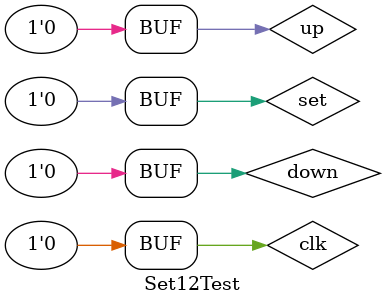
<source format=v>
`timescale 1ns / 1ps


module Set12Test;

	// Inputs
	reg clk;
	reg set;
	reg up;
	reg down;

	// Outputs
	wire propagate;
	wire isPM;
	wire [3:0] hours;
	wire [5:0] minutes;

	// Instantiate the Unit Under Test (UUT)
	Set12 uut (
		.clk(clk), 
		.set(set), 
		.up(up), 
		.down(down), 
		.propagate(propagate), 
		.isPM(isPM), 
		.hours(hours), 
		.minutes(minutes)
	);

	initial begin
		// Initialize Inputs
		clk = 0;
		set = 0;
		up = 0;
		down = 0;
		
		#10;
		up = 1;
		#10;
		up = 0;
		
		
		#10;
		set = 1;
		#10;
		set = 0;
		
		
		#10;
		up = 1;
		#10;
		up = 0;
	end
	always begin
		#10; clk = 1;
		#10; clk = 0;
	end
      
endmodule


</source>
